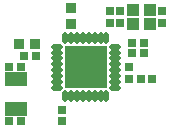
<source format=gts>
G04 Layer_Color=8388736*
%FSLAX24Y24*%
%MOIN*%
G70*
G01*
G75*
%ADD30R,0.0769X0.0454*%
%ADD31R,0.0434X0.0395*%
%ADD32R,0.1438X0.1438*%
%ADD33O,0.0395X0.0178*%
%ADD34O,0.0178X0.0395*%
%ADD35R,0.0316X0.0257*%
%ADD36R,0.0296X0.0257*%
%ADD37R,0.0375X0.0355*%
%ADD38R,0.0355X0.0375*%
%ADD39R,0.0257X0.0296*%
%ADD40C,0.0300*%
D30*
X-2340Y-398D02*
D03*
Y-1382D02*
D03*
D31*
X2135Y1454D02*
D03*
Y1906D02*
D03*
X1565D02*
D03*
Y1454D02*
D03*
D32*
X-0Y0D02*
D03*
D33*
X-965Y689D02*
D03*
Y492D02*
D03*
Y295D02*
D03*
Y98D02*
D03*
Y-98D02*
D03*
Y-295D02*
D03*
Y-492D02*
D03*
Y-689D02*
D03*
X965D02*
D03*
Y-492D02*
D03*
Y-295D02*
D03*
Y-98D02*
D03*
Y98D02*
D03*
Y295D02*
D03*
Y492D02*
D03*
Y689D02*
D03*
D34*
X-689Y-965D02*
D03*
X-492D02*
D03*
X-295D02*
D03*
X-98D02*
D03*
X98D02*
D03*
X295D02*
D03*
X492D02*
D03*
X689D02*
D03*
Y965D02*
D03*
X492D02*
D03*
X295D02*
D03*
X98D02*
D03*
X-98D02*
D03*
X-295D02*
D03*
X-492D02*
D03*
X-689D02*
D03*
D35*
X1826Y-397D02*
D03*
X2200D02*
D03*
D36*
X-2547Y-1790D02*
D03*
X-2153D02*
D03*
X-2547Y10D02*
D03*
X-2153D02*
D03*
X1947Y820D02*
D03*
X1553D02*
D03*
X1553Y480D02*
D03*
X1947D02*
D03*
X-2057Y360D02*
D03*
X-1663D02*
D03*
D37*
X-480Y1976D02*
D03*
Y1444D02*
D03*
D38*
X-1704Y770D02*
D03*
X-2236D02*
D03*
D39*
X800Y1877D02*
D03*
Y1483D02*
D03*
X-800Y-1807D02*
D03*
Y-1413D02*
D03*
X1453Y-394D02*
D03*
Y-0D02*
D03*
X1150Y1877D02*
D03*
Y1483D02*
D03*
X2550Y1483D02*
D03*
Y1877D02*
D03*
D40*
X472Y472D02*
D03*
Y0D02*
D03*
Y-472D02*
D03*
X0D02*
D03*
X-472D02*
D03*
Y0D02*
D03*
Y472D02*
D03*
X0D02*
D03*
Y0D02*
D03*
M02*

</source>
